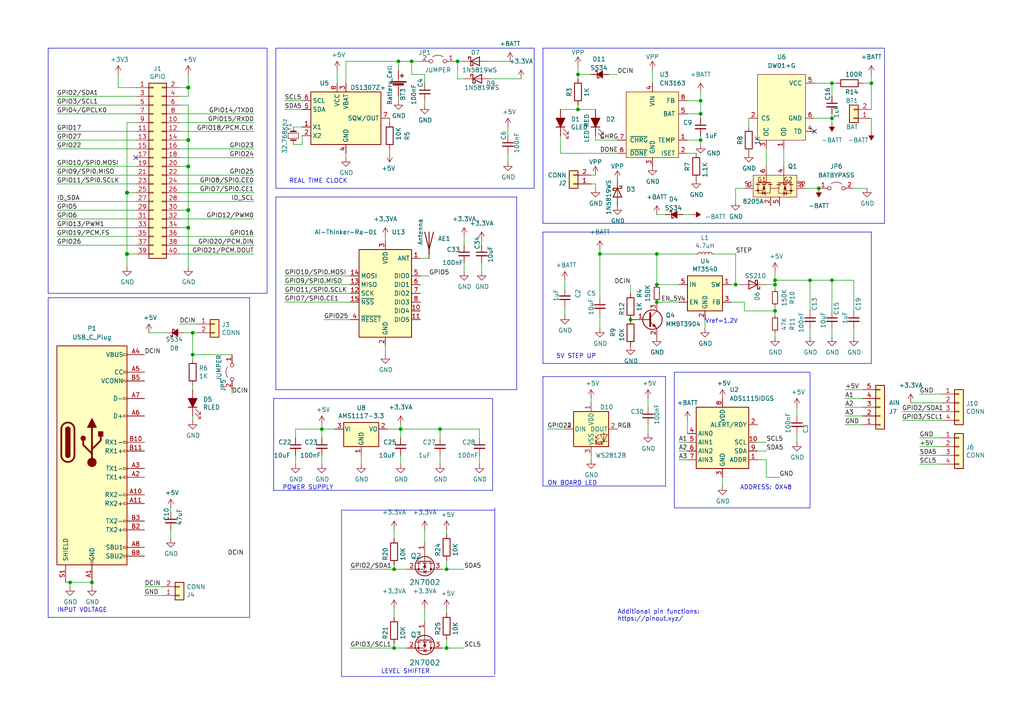
<source format=kicad_sch>
(kicad_sch (version 20231120) (generator "eeschema") (generator_version "8.0")
  (paper "A4")
  (title_block (date "15 nov 2012"))
  (junction (at 173.99 73.66))
  (junction (at 252.73 24.13))
  (junction (at 54.61 25.4) (diameter 1.016))
  (junction (at 114.3 187.96))
  (junction (at 224.79 90.17))
  (junction (at 54.61 40.64) (diameter 1.016))
  (junction (at 115.57 17.78))
  (junction (at 132.715 17.78))
  (junction (at 234.95 81.28))
  (junction (at 190.5 73.66))
  (junction (at 190.5 82.55))
  (junction (at 129.54 187.96))
  (junction (at 116.205 124.46))
  (junction (at 167.64 21.59))
  (junction (at 129.54 165.1))
  (junction (at 36.83 73.66) (diameter 1.016))
  (junction (at 241.3 24.13))
  (junction (at 114.3 165.1))
  (junction (at 213.36 82.55))
  (junction (at 36.83 55.88) (diameter 1.016))
  (junction (at 241.3 81.28))
  (junction (at 203.2 29.21))
  (junction (at 237.49 54.61))
  (junction (at 54.61 66.04) (diameter 1.016))
  (junction (at 203.2 40.64))
  (junction (at 224.79 81.28))
  (junction (at 20.32 168.91))
  (junction (at 167.64 31.75))
  (junction (at 203.2 33.02))
  (junction (at 93.345 124.46))
  (junction (at 26.67 168.91))
  (junction (at 55.88 96.52))
  (junction (at 54.61 60.96) (diameter 1.016))
  (junction (at 54.61 48.26) (diameter 1.016))
  (junction (at 55.88 102.87))
  (junction (at 224.79 82.55))
  (junction (at 127.635 124.46))
  (junction (at 190.5 87.63))
  (junction (at 119.38 17.78))
  (junction (at 241.3 34.29))
  (junction (at 182.88 92.71))
  (no_connect (at 39.37 45.72))
  (no_connect (at 236.22 38.1))
  (wire (pts (xy 55.88 96.52) (xy 55.88 102.87)))
  (wire (pts (xy 36.83 55.88) (xy 36.83 73.66)))
  (wire (pts (xy 52.07 55.88) (xy 73.66 55.88)))
  (wire (pts (xy 119.38 17.78) (xy 121.92 17.78)))
  (wire (pts (xy 39.37 38.1) (xy 16.51 38.1)))
  (wire (pts (xy 55.88 96.52) (xy 57.15 96.52)))
  (wire (pts (xy 163.83 83.82) (xy 163.83 81.28)))
  (wire (pts (xy 100.33 45.72) (xy 100.33 44.45)))
  (wire (pts (xy 93.345 127) (xy 93.345 124.46)))
  (wire (pts (xy 172.72 40.64) (xy 172.72 39.37)))
  (polyline (pts (xy 154.94 13.97) (xy 154.94 54.61)))
  (wire (pts (xy 54.61 30.48) (xy 54.61 40.64)))
  (wire (pts (xy 118.11 165.1) (xy 114.3 165.1)))
  (wire (pts (xy 85.725 134.62) (xy 85.725 132.08)))
  (wire (pts (xy 54.61 48.26) (xy 52.07 48.26)))
  (wire (pts (xy 215.9 87.63) (xy 215.9 90.17)))
  (wire (pts (xy 224.79 81.28) (xy 224.79 78.74)))
  (wire (pts (xy 247.65 95.25) (xy 247.65 97.79)))
  (wire (pts (xy 100.33 17.78) (xy 100.33 24.13)))
  (polyline (pts (xy 99.06 196.215) (xy 99.06 147.955)))
  (wire (pts (xy 203.2 40.64) (xy 203.2 41.91)))
  (wire (pts (xy 179.07 40.64) (xy 172.72 40.64)))
  (wire (pts (xy 214.63 82.55) (xy 213.36 82.55)))
  (wire (pts (xy 54.61 60.96) (xy 54.61 66.04)))
  (wire (pts (xy 167.64 19.05) (xy 167.64 21.59)))
  (wire (pts (xy 93.345 134.62) (xy 93.345 132.08)))
  (wire (pts (xy 129.54 153.67) (xy 129.54 154.94)))
  (wire (pts (xy 113.03 35.56) (xy 113.03 34.29)))
  (polyline (pts (xy 193.04 140.97) (xy 157.48 140.97)))
  (wire (pts (xy 139.065 124.46) (xy 139.065 127)))
  (wire (pts (xy 162.56 44.45) (xy 162.56 39.37)))
  (wire (pts (xy 222.25 133.35) (xy 222.25 138.43)))
  (wire (pts (xy 247.65 90.17) (xy 247.65 81.28)))
  (wire (pts (xy 85.725 124.46) (xy 85.725 127)))
  (wire (pts (xy 224.79 97.79) (xy 224.79 96.52)))
  (wire (pts (xy 104.775 132.08) (xy 104.775 134.62)))
  (polyline (pts (xy 80.01 113.03) (xy 80.01 57.15)))
  (wire (pts (xy 54.61 48.26) (xy 54.61 60.96)))
  (wire (pts (xy 52.07 33.02) (xy 73.66 33.02)))
  (wire (pts (xy 132.715 22.86) (xy 134.62 22.86)))
  (wire (pts (xy 189.23 20.32) (xy 189.23 24.13)))
  (polyline (pts (xy 13.97 86.36) (xy 13.97 179.07)))
  (wire (pts (xy 190.5 73.66) (xy 201.93 73.66)))
  (wire (pts (xy 36.83 35.56) (xy 36.83 55.88)))
  (wire (pts (xy 112.395 124.46) (xy 116.205 124.46)))
  (wire (pts (xy 222.25 138.43) (xy 226.06 138.43)))
  (wire (pts (xy 215.9 90.17) (xy 224.79 90.17)))
  (wire (pts (xy 203.2 39.37) (xy 203.2 40.64)))
  (wire (pts (xy 247.65 54.61) (xy 251.46 54.61)))
  (wire (pts (xy 127.635 124.46) (xy 127.635 127)))
  (wire (pts (xy 190.5 73.66) (xy 190.5 82.55)))
  (polyline (pts (xy 157.48 109.22) (xy 193.04 109.22)))
  (wire (pts (xy 132.715 17.78) (xy 133.985 17.78)))
  (wire (pts (xy 196.85 133.35) (xy 199.39 133.35)))
  (wire (pts (xy 176.53 21.59) (xy 179.07 21.59)))
  (wire (pts (xy 36.83 35.56) (xy 39.37 35.56)))
  (wire (pts (xy 52.07 53.34) (xy 73.66 53.34)))
  (wire (pts (xy 273.05 121.92) (xy 261.62 121.92)))
  (wire (pts (xy 215.9 54.61) (xy 213.36 54.61)))
  (wire (pts (xy 162.56 31.75) (xy 167.64 31.75)))
  (wire (pts (xy 39.37 58.42) (xy 16.51 58.42)))
  (wire (pts (xy 20.32 168.91) (xy 26.67 168.91)))
  (polyline (pts (xy 13.97 179.07) (xy 72.39 179.07)))
  (wire (pts (xy 129.54 162.56) (xy 129.54 165.1)))
  (wire (pts (xy 129.54 165.1) (xy 128.27 165.1)))
  (wire (pts (xy 16.51 60.96) (xy 39.37 60.96)))
  (wire (pts (xy 252.73 24.13) (xy 252.73 31.75)))
  (wire (pts (xy 212.09 87.63) (xy 215.9 87.63)))
  (polyline (pts (xy 149.86 113.03) (xy 80.01 113.03)))
  (wire (pts (xy 158.75 124.46) (xy 163.83 124.46)))
  (wire (pts (xy 199.39 44.45) (xy 201.93 44.45)))
  (wire (pts (xy 213.36 82.55) (xy 213.36 73.66)))
  (wire (pts (xy 233.68 54.61) (xy 237.49 54.61)))
  (polyline (pts (xy 72.39 86.36) (xy 13.97 86.36)))
  (wire (pts (xy 36.83 55.88) (xy 39.37 55.88)))
  (polyline (pts (xy 157.48 140.97) (xy 157.48 109.22)))
  (wire (pts (xy 196.85 128.27) (xy 199.39 128.27)))
  (wire (pts (xy 123.19 21.59) (xy 119.38 21.59)))
  (wire (pts (xy 123.19 180.34) (xy 123.19 176.53)))
  (wire (pts (xy 222.25 133.35) (xy 219.71 133.35)))
  (wire (pts (xy 87.63 36.83) (xy 85.09 36.83)))
  (wire (pts (xy 273.05 129.54) (xy 266.7 129.54)))
  (polyline (pts (xy 79.375 142.24) (xy 79.375 115.57)))
  (wire (pts (xy 173.99 91.44) (xy 173.99 95.25)))
  (wire (pts (xy 182.88 82.55) (xy 182.88 85.09)))
  (wire (pts (xy 123.19 29.21) (xy 123.19 30.48)))
  (wire (pts (xy 172.72 53.34) (xy 172.72 54.61)))
  (wire (pts (xy 222.25 43.18) (xy 222.25 48.26)))
  (wire (pts (xy 52.07 43.18) (xy 73.66 43.18)))
  (wire (pts (xy 167.64 31.75) (xy 167.64 30.48)))
  (wire (pts (xy 115.57 17.78) (xy 119.38 17.78)))
  (wire (pts (xy 139.065 134.62) (xy 139.065 132.08)))
  (wire (pts (xy 127.635 124.46) (xy 139.065 124.46)))
  (wire (pts (xy 116.205 124.46) (xy 116.205 127)))
  (wire (pts (xy 224.79 82.55) (xy 222.25 82.55)))
  (wire (pts (xy 52.07 73.66) (xy 73.66 73.66)))
  (wire (pts (xy 36.83 73.66) (xy 36.83 77.47)))
  (wire (pts (xy 16.51 40.64) (xy 39.37 40.64)))
  (wire (pts (xy 49.53 156.21) (xy 49.53 153.67)))
  (wire (pts (xy 34.29 21.59) (xy 34.29 25.4)))
  (polyline (pts (xy 157.48 67.31) (xy 252.73 67.31)))
  (wire (pts (xy 213.36 54.61) (xy 213.36 58.42)))
  (wire (pts (xy 163.83 91.44) (xy 163.83 88.9)))
  (polyline (pts (xy 143.51 196.215) (xy 99.06 196.215)))
  (wire (pts (xy 82.55 85.09) (xy 101.6 85.09)))
  (wire (pts (xy 114.3 187.96) (xy 114.3 186.69)))
  (wire (pts (xy 173.99 73.66) (xy 173.99 86.36)))
  (wire (pts (xy 115.57 20.32) (xy 115.57 17.78)))
  (wire (pts (xy 54.61 66.04) (xy 52.07 66.04)))
  (wire (pts (xy 43.18 96.52) (xy 48.26 96.52)))
  (wire (pts (xy 198.12 62.23) (xy 200.66 62.23)))
  (wire (pts (xy 219.71 128.27) (xy 222.25 128.27)))
  (wire (pts (xy 190.5 82.55) (xy 196.85 82.55)))
  (wire (pts (xy 264.16 116.84) (xy 273.05 116.84)))
  (wire (pts (xy 16.51 30.48) (xy 39.37 30.48)))
  (wire (pts (xy 224.79 82.55) (xy 224.79 81.28)))
  (wire (pts (xy 171.45 53.34) (xy 172.72 53.34)))
  (wire (pts (xy 203.2 33.02) (xy 199.39 33.02)))
  (wire (pts (xy 16.51 53.34) (xy 39.37 53.34)))
  (polyline (pts (xy 80.01 57.15) (xy 149.86 57.15)))
  (wire (pts (xy 142.24 22.86) (xy 151.13 22.86)))
  (wire (pts (xy 234.95 97.79) (xy 234.95 95.25)))
  (wire (pts (xy 171.45 50.8) (xy 172.72 50.8)))
  (wire (pts (xy 252.73 34.29) (xy 252.73 38.1)))
  (wire (pts (xy 39.37 27.94) (xy 16.51 27.94)))
  (wire (pts (xy 85.09 41.91) (xy 87.63 41.91)))
  (wire (pts (xy 54.61 25.4) (xy 54.61 27.94)))
  (polyline (pts (xy 143.51 147.32) (xy 143.51 195.58)))
  (wire (pts (xy 116.205 124.46) (xy 127.635 124.46)))
  (wire (pts (xy 101.6 165.1) (xy 114.3 165.1)))
  (wire (pts (xy 54.61 40.64) (xy 54.61 48.26)))
  (wire (pts (xy 245.11 120.65) (xy 250.19 120.65)))
  (polyline (pts (xy 252.73 67.31) (xy 252.73 105.41)))
  (wire (pts (xy 52.07 38.1) (xy 73.66 38.1)))
  (wire (pts (xy 54.61 40.64) (xy 52.07 40.64)))
  (wire (pts (xy 173.99 72.39) (xy 173.99 73.66)))
  (wire (pts (xy 241.3 33.02) (xy 241.3 34.29)))
  (wire (pts (xy 54.61 21.59) (xy 54.61 25.4)))
  (wire (pts (xy 49.53 147.32) (xy 49.53 148.59)))
  (polyline (pts (xy 157.48 105.41) (xy 252.73 105.41)))
  (wire (pts (xy 114.3 156.21) (xy 114.3 153.67)))
  (wire (pts (xy 209.55 138.43) (xy 209.55 140.97)))
  (wire (pts (xy 55.88 121.92) (xy 55.88 120.65)))
  (wire (pts (xy 16.51 33.02) (xy 39.37 33.02)))
  (wire (pts (xy 224.79 90.17) (xy 224.79 91.44)))
  (wire (pts (xy 147.32 36.83) (xy 147.32 39.37)))
  (wire (pts (xy 54.61 25.4) (xy 52.07 25.4)))
  (wire (pts (xy 124.46 80.01) (xy 121.92 80.01)))
  (wire (pts (xy 147.32 44.45) (xy 147.32 46.99)))
  (wire (pts (xy 190.5 87.63) (xy 196.85 87.63)))
  (wire (pts (xy 52.07 45.72) (xy 73.66 45.72)))
  (wire (pts (xy 227.33 43.18) (xy 227.33 48.26)))
  (wire (pts (xy 52.07 35.56) (xy 73.66 35.56)))
  (wire (pts (xy 101.6 92.71) (xy 93.98 92.71)))
  (wire (pts (xy 241.3 27.94) (xy 241.3 24.13)))
  (polyline (pts (xy 149.86 57.15) (xy 149.86 113.03)))
  (wire (pts (xy 19.05 168.91) (xy 20.32 168.91)))
  (wire (pts (xy 134.62 78.74) (xy 134.62 76.2)))
  (wire (pts (xy 26.67 170.18) (xy 26.67 168.91)))
  (wire (pts (xy 179.07 44.45) (xy 162.56 44.45)))
  (wire (pts (xy 273.05 127) (xy 266.7 127)))
  (wire (pts (xy 101.6 87.63) (xy 82.55 87.63)))
  (wire (pts (xy 123.19 24.13) (xy 123.19 21.59)))
  (wire (pts (xy 16.51 43.18) (xy 39.37 43.18)))
  (wire (pts (xy 16.51 50.8) (xy 39.37 50.8)))
  (wire (pts (xy 115.57 29.21) (xy 115.57 27.94)))
  (wire (pts (xy 231.14 118.11) (xy 231.14 120.65)))
  (wire (pts (xy 241.3 97.79) (xy 241.3 95.25)))
  (wire (pts (xy 261.62 119.38) (xy 273.05 119.38)))
  (wire (pts (xy 252.73 21.59) (xy 252.73 24.13)))
  (wire (pts (xy 132.715 17.78) (xy 132.715 22.86)))
  (wire (pts (xy 116.205 123.19) (xy 116.205 124.46)))
  (wire (pts (xy 236.22 34.29) (xy 241.3 34.29)))
  (wire (pts (xy 97.79 20.32) (xy 97.79 24.13)))
  (wire (pts (xy 247.65 81.28) (xy 241.3 81.28)))
  (wire (pts (xy 234.95 81.28) (xy 224.79 81.28)))
  (wire (pts (xy 16.51 63.5) (xy 39.37 63.5)))
  (wire (pts (xy 121.92 74.93) (xy 124.46 74.93)))
  (wire (pts (xy 54.61 27.94) (xy 52.07 27.94)))
  (wire (pts (xy 213.36 73.66) (xy 207.01 73.66)))
  (wire (pts (xy 241.3 81.28) (xy 241.3 90.17)))
  (wire (pts (xy 187.96 118.11) (xy 187.96 115.57)))
  (wire (pts (xy 171.45 116.84) (xy 171.45 115.57)))
  (wire (pts (xy 234.95 81.28) (xy 234.95 90.17)))
  (polyline (pts (xy 256.54 64.77) (xy 157.48 64.77)))
  (wire (pts (xy 55.88 102.87) (xy 55.88 104.14)))
  (wire (pts (xy 16.51 68.58) (xy 39.37 68.58)))
  (wire (pts (xy 236.22 24.13) (xy 241.3 24.13)))
  (wire (pts (xy 114.3 165.1) (xy 114.3 163.83)))
  (wire (pts (xy 119.38 21.59) (xy 119.38 17.78)))
  (wire (pts (xy 187.96 125.73) (xy 187.96 123.19)))
  (wire (pts (xy 52.07 68.58) (xy 73.66 68.58)))
  (wire (pts (xy 224.79 83.82) (xy 224.79 82.55)))
  (polyline (pts (xy 157.48 13.97) (xy 157.48 64.77)))
  (wire (pts (xy 173.99 73.66) (xy 190.5 73.66)))
  (wire (pts (xy 219.71 130.81) (xy 222.25 130.81)))
  (wire (pts (xy 87.63 39.37) (xy 87.63 41.91)))
  (wire (pts (xy 52.07 63.5) (xy 73.66 63.5)))
  (wire (pts (xy 93.345 124.46) (xy 85.725 124.46)))
  (wire (pts (xy 36.83 73.66) (xy 39.37 73.66)))
  (wire (pts (xy 132.08 17.78) (xy 132.715 17.78)))
  (wire (pts (xy 93.345 123.19) (xy 93.345 124.46)))
  (wire (pts (xy 199.39 29.21) (xy 203.2 29.21)))
  (wire (pts (xy 93.345 124.46) (xy 97.155 124.46)))
  (wire (pts (xy 52.07 71.12) (xy 73.66 71.12)))
  (wire (pts (xy 41.91 172.72) (xy 46.99 172.72)))
  (wire (pts (xy 101.6 187.96) (xy 114.3 187.96)))
  (wire (pts (xy 217.17 34.29) (xy 217.17 36.83)))
  (wire (pts (xy 231.14 125.73) (xy 231.14 128.27)))
  (polyline (pts (xy 154.94 54.61) (xy 80.01 54.61)))
  (wire (pts (xy 54.61 30.48) (xy 52.07 30.48)))
  (polyline (pts (xy 79.375 115.57) (xy 142.875 115.57)))
  (polyline (pts (xy 193.04 109.22) (xy 193.04 140.97)))
  (wire (pts (xy 41.91 170.18) (xy 46.99 170.18)))
  (wire (pts (xy 16.51 71.12) (xy 39.37 71.12)))
  (wire (pts (xy 87.63 29.21) (xy 82.55 29.21)))
  (wire (pts (xy 196.85 130.81) (xy 199.39 130.81)))
  (wire (pts (xy 111.76 102.87) (xy 111.76 100.33)))
  (wire (pts (xy 171.45 133.35) (xy 171.45 132.08)))
  (wire (pts (xy 52.07 93.98) (xy 57.15 93.98)))
  (wire (pts (xy 20.32 170.18) (xy 20.32 168.91)))
  (wire (pts (xy 67.31 102.87) (xy 55.88 102.87)))
  (wire (pts (xy 116.205 132.08) (xy 116.205 134.62)))
  (wire (pts (xy 115.57 17.78) (xy 100.33 17.78)))
  (polyline (pts (xy 80.01 54.61) (xy 80.01 13.97)))
  (polyline (pts (xy 99.06 147.955) (xy 143.51 147.955)))
  (wire (pts (xy 213.36 82.55) (xy 212.09 82.55)))
  (wire (pts (xy 203.2 33.02) (xy 203.2 34.29)))
  (wire (pts (xy 204.47 95.25) (xy 204.47 92.71)))
  (wire (pts (xy 245.11 123.19) (xy 250.19 123.19)))
  (wire (pts (xy 127.635 134.62) (xy 127.635 132.08)))
  (wire (pts (xy 273.05 114.3) (xy 266.7 114.3)))
  (polyline (pts (xy 256.54 13.97) (xy 256.54 64.77)))
  (wire (pts (xy 82.55 31.75) (xy 87.63 31.75)))
  (wire (pts (xy 167.64 21.59) (xy 171.45 21.59)))
  (wire (pts (xy 241.3 81.28) (xy 234.95 81.28)))
  (wire (pts (xy 134.62 165.1) (xy 129.54 165.1)))
  (wire (pts (xy 203.2 26.67) (xy 203.2 29.21)))
  (wire (pts (xy 134.62 71.12) (xy 134.62 68.58)))
  (wire (pts (xy 123.19 157.48) (xy 123.19 153.67)))
  (wire (pts (xy 113.03 44.45) (xy 113.03 43.18)))
  (wire (pts (xy 101.6 82.55) (xy 82.55 82.55)))
  (wire (pts (xy 141.605 17.78) (xy 147.955 17.78)))
  (wire (pts (xy 199.39 121.92) (xy 199.39 125.73)))
  (wire (pts (xy 118.11 187.96) (xy 114.3 187.96)))
  (wire (pts (xy 245.11 115.57) (xy 250.19 115.57)))
  (wire (pts (xy 139.7 76.2) (xy 139.7 78.74)))
  (wire (pts (xy 139.7 69.85) (xy 139.7 71.12)))
  (wire (pts (xy 134.62 187.96) (xy 129.54 187.96)))
  (wire (pts (xy 241.3 34.29) (xy 241.3 35.56)))
  (wire (pts (xy 54.61 66.04) (xy 54.61 77.47)))
  (wire (pts (xy 203.2 29.21) (xy 203.2 33.02)))
  (wire (pts (xy 67.31 113.03) (xy 67.31 114.3)))
  (wire (pts (xy 52.07 50.8) (xy 73.66 50.8)))
  (wire (pts (xy 167.64 21.59) (xy 167.64 22.86)))
  (wire (pts (xy 39.37 66.04) (xy 16.51 66.04)))
  (wire (pts (xy 111.76 68.58) (xy 111.76 69.85)))
  (wire (pts (xy 190.5 62.23) (xy 193.04 62.23)))
  (wire (pts (xy 266.7 132.08) (xy 273.05 132.08)))
  (wire (pts (xy 82.55 80.01) (xy 101.6 80.01)))
  (wire (pts (xy 129.54 185.42) (xy 129.54 187.96)))
  (wire (pts (xy 55.88 111.76) (xy 55.88 113.03)))
  (wire (pts (xy 54.61 60.96) (xy 52.07 60.96)))
  (wire (pts (xy 53.34 96.52) (xy 55.88 96.52)))
  (polyline (pts (xy 142.875 142.24) (xy 79.375 142.24)))
  (wire (pts (xy 250.19 24.13) (xy 252.73 24.13)))
  (wire (pts (xy 273.05 134.62) (xy 266.7 134.62)))
  (wire (pts (xy 34.29 25.4) (xy 39.37 25.4)))
  (wire (pts (xy 199.39 40.64) (xy 203.2 40.64)))
  (polyline (pts (xy 157.48 13.97) (xy 256.54 13.97)))
  (wire (pts (xy 172.72 31.75) (xy 167.64 31.75)))
  (wire (pts (xy 224.79 90.17) (xy 224.79 88.9)))
  (polyline (pts (xy 157.48 105.41) (xy 157.48 67.31)))
  (wire (pts (xy 129.54 176.53) (xy 129.54 177.8)))
  (polyline (pts (xy 72.39 179.07) (xy 72.39 86.36)))
  (wire (pts (xy 242.57 24.13) (xy 241.3 24.13)))
  (wire (pts (xy 245.11 118.11) (xy 250.19 118.11)))
  (wire (pts (xy 39.37 48.26) (xy 16.51 48.26)))
  (wire (pts (xy 52.07 58.42) (xy 73.66 58.42)))
  (polyline (pts (xy 142.875 115.57) (xy 142.875 142.24)))
  (wire (pts (xy 245.11 113.03) (xy 250.19 113.03)))
  (wire (pts (xy 129.54 187.96) (xy 128.27 187.96)))
  (polyline (pts (xy 80.01 13.97) (xy 154.94 13.97)))
  (wire (pts (xy 114.3 179.07) (xy 114.3 176.53)))
  (rectangle (start 13.97 13.97) (end 77.47 85.09))
  (rectangle (start 195.58 107.95) (end 234.95 147.32))
  (text "Vref=1.2V" (at 204.47 93.98 0) (effects (font (size 1.27 1.27)) (justify left bottom)))
  (text "LEVEL SHIFTER" (at 110.49 195.58 0) (effects (font (size 1.27 1.27)) (justify left bottom)))
  (text "POWER SUPPLY" (at 81.915 142.24 0) (effects (font (size 1.27 1.27)) (justify left bottom)))
  (text "Additional pin functions:\nhttps://pinout.xyz/" (at 179.07 180.34 0) (effects (font (size 1.27 1.27)) (justify left bottom)))
  (text "ON BOARD LED" (at 158.75 140.97 0) (effects (font (size 1.27 1.27)) (justify left bottom)))
  (text "5V STEP UP" (at 161.29 104.14 0) (effects (font (size 1.27 1.27)) (justify left bottom)))
  (text "ADDRESS: 0X48" (at 214.63 142.24 0) (effects (font (size 1.27 1.27)) (justify left bottom)))
  (text "INPUT VOLTAGE" (at 16.51 177.8 0) (effects (font (size 1.27 1.27)) (justify left bottom)))
  (text "REAL TIME CLOCK" (at 83.82 53.34 0) (effects (font (size 1.27 1.27)) (justify left bottom)))
  (label "GND" (at 266.7 127 0))
  (label "ID_SDA" (at 16.51 58.42 0))
  (label "SCL5" (at 134.62 187.96 0))
  (label "GPIO6" (at 16.51 63.5 0))
  (label "CHRG" (at 173.99 40.64 0))
  (label "DCIN" (at 182.88 82.55 180))
  (label "GPIO3{slash}SCL1" (at 261.62 121.92 0))
  (label "DCIN" (at 66.04 161.29 0))
  (label "SDA5" (at 82.55 31.75 0))
  (label "ID_SCL" (at 73.66 58.42 180))
  (label "GPIO9{slash}SPI0.MISO" (at 82.55 82.55 0))
  (label "GPIO5" (at 16.51 60.96 0))
  (label "GPIO25" (at 93.98 92.71 0))
  (label "+5V" (at 266.7 129.54 0))
  (label "GPIO21{slash}PCM.DOUT" (at 73.66 73.66 180))
  (label "DCIN" (at 41.91 102.87 0))
  (label "GPIO19{slash}PCM.FS" (at 16.51 68.58 0))
  (label "GPIO11{slash}SPI0.SCLK" (at 82.55 85.09 0))
  (label "GPIO2{slash}SDA1" (at 101.6 165.1 0))
  (label "GPIO10{slash}SPI0.MOSI" (at 16.51 48.26 0))
  (label "DCIN" (at 52.07 93.98 0))
  (label "GPIO9{slash}SPI0.MISO" (at 16.51 50.8 0))
  (label "GPIO23" (at 73.66 43.18 180))
  (label "GPIO7{slash}SPI0.CE1" (at 82.55 87.63 0))
  (label "GPIO4{slash}GPCLK0" (at 16.51 33.02 0))
  (label "DCIN" (at 179.07 21.59 0))
  (label "A1" (at 245.11 115.57 0))
  (label "STEP" (at 213.36 73.66 0))
  (label "GPIO27" (at 16.51 40.64 0))
  (label "A2" (at 245.11 118.11 0))
  (label "GPIO26" (at 16.51 71.12 0))
  (label "GPIO14{slash}TXD0" (at 73.66 33.02 180))
  (label "GPIO22" (at 158.75 124.46 0))
  (label "GPIO8{slash}SPI0.CE0" (at 73.66 53.34 180))
  (label "GPIO15{slash}RXD0" (at 73.66 35.56 180))
  (label "GPIO16" (at 73.66 68.58 180))
  (label "A2" (at 196.85 130.81 0))
  (label "GPIO5" (at 124.46 80.01 0))
  (label "GPIO3{slash}SCL1" (at 101.6 187.96 0))
  (label "GND" (at 266.7 114.3 0))
  (label "SDA5" (at 222.25 130.81 0))
  (label "SCL5" (at 82.55 29.21 0))
  (label "RGB" (at 179.07 124.46 0))
  (label "GPIO22" (at 16.51 43.18 0))
  (label "GND" (at 41.91 172.72 0))
  (label "GPIO2{slash}SDA1" (at 16.51 27.94 0))
  (label "GPIO17" (at 16.51 38.1 0))
  (label "DONE" (at 173.99 44.45 0))
  (label "GPIO10{slash}SPI0.MOSI" (at 82.55 80.01 0))
  (label "GPIO25" (at 73.66 50.8 180))
  (label "GPIO3{slash}SCL1" (at 16.51 30.48 0))
  (label "GPIO18{slash}PCM.CLK" (at 73.66 38.1 180))
  (label "SDA5" (at 266.7 132.08 0))
  (label "GPIO12{slash}PWM0" (at 73.66 63.5 180))
  (label "EN_5V" (at 191.77 87.63 0))
  (label "DCIN" (at 41.91 170.18 0))
  (label "GPIO13{slash}PWM1" (at 16.51 66.04 0))
  (label "GPIO20{slash}PCM.DIN" (at 73.66 71.12 180))
  (label "A3" (at 196.85 133.35 0))
  (label "GPIO24" (at 73.66 45.72 180))
  (label "GPIO7{slash}SPI0.CE1" (at 73.66 55.88 180))
  (label "SDA5" (at 134.62 165.1 0))
  (label "GND" (at 245.11 123.19 0))
  (label "GPIO2{slash}SDA1" (at 261.62 119.38 0))
  (label "SCL5" (at 266.7 134.62 0))
  (label "DCIN" (at 67.31 114.3 0))
  (label "A1" (at 196.85 128.27 0))
  (label "+5V" (at 245.11 113.03 0))
  (label "GND" (at 226.06 138.43 0))
  (label "GPIO11{slash}SPI0.SCLK" (at 16.51 53.34 0))
  (label "SCL5" (at 222.25 128.27 0))
  (label "A3" (at 245.11 120.65 0))
  (symbol (lib_id "power:+5V") (at 54.61 21.59 0) (unit 1)
    (property "Reference" "#PWR01" (effects (hide yes)))
    (property "Value" "+5V" (at 54.9783 17.2656 0))
  )
  (symbol (lib_id "power:+3.3V") (at 34.29 21.59 0) (unit 1)
    (property "Reference" "#PWR04" (effects (hide yes)))
    (property "Value" "+3V3" (at 34.6583 17.2656 0))
  )
  (symbol (lib_id "power:GND") (at 54.61 77.47 0) (unit 1)
    (property "Reference" "#PWR02" (effects (hide yes)))
    (property "Value" "GND" (at 54.7243 81.7944 0))
  )
  (symbol (lib_id "power:GND") (at 36.83 77.47 0) (unit 1)
    (property "Reference" "#PWR03" (effects (hide yes)))
    (property "Value" "GND" (at 36.9443 81.7944 0))
  )
  (symbol (lib_id "Connector_Generic:Conn_02x20_Odd_Even") (at 44.45 48.26 0) (unit 1)
    (property "Reference" "J1" (at 45.72 19.9198 0))
    (property "Value" "GPIO" (at 45.72 22.225 0))
    (property "Footprint" "Connector_PinSocket_2.54mm:PinSocket_2x20_P2.54mm_Vertical" (effects (hide yes)))
  )
  (symbol (lib_id "power:+3.3VA") (at 123.19 176.53 0) (unit 1)
    (property "Reference" "#PWR034" (effects (hide yes)))
    (property "Value" "+3.3VA" (at 123.19 171.45 0))
  )
  (symbol (lib_id "power:-BATT") (at 241.3 35.56 180) (unit 1)
    (property "Reference" "#PWR064" (effects (hide yes)))
    (property "Value" "-BATT" (at 241.3 40.64 0))
  )
  (symbol (lib_id "Transistor_FET:2N7002") (at 123.19 162.56 270) (unit 1)
    (property "Reference" "Q2" (at 120.65 161.29 90) (effects (font (size 1.524 1.524))))
    (property "Value" "2N7002" (at 123.19 168.91 90) (effects (font (size 1.524 1.524))))
    (property "Footprint" "Package_TO_SOT_SMD:SOT-23" (effects (hide yes)))
    (property "Datasheet" "https://www.onsemi.com/pub/Collateral/NDS7002A-D.PDF" (effects (hide yes)))
    (property "Description" "MOSFET N-CH 60V 115MA SOT-23" (effects (hide yes)))
    (property "MPN" "2N7002" (effects (hide yes)))
    (property "Category" "Discrete Semiconductor Products" (effects (hide yes)))
    (property "Family" "Transistors - FETs, MOSFETs - Single" (effects (hide yes)))
    (property "DK_Datasheet_Link" "https://www.onsemi.com/pub/Collateral/NDS7002A-D.PDF" (effects (hide yes)))
    (property "DK_Detail_Page" "/product-detail/en/on-semiconductor/2N7002/2N7002NCT-ND/244664" (effects (hide yes)))
    (property "Manufacturer" "ON Semiconductor" (effects (hide yes)))
    (property "Status" "Active" (effects (hide yes)))
    (property "LCSC-PN" "C8545" (effects (hide yes)))
  )
  (symbol (lib_id "Jumper:Jumper_2_Open") (at 67.31 107.95 90) (mirror x) (unit 1)
    (property "Reference" "JP5" (at 64.77 111.76 0))
    (property "Value" "JUMPER" (at 63.5 106.68 0))
    (property "Footprint" "Jumper:SolderJumper-2_P1.3mm_Open_RoundedPad1.0x1.5mm" (effects (hide yes)))
  )
  (symbol (lib_id "Diode:1N5819WS") (at 179.07 55.88 270) (unit 1)
    (property "Reference" "D3" (at 181.61 54.9275 90) (effects (justify left)))
    (property "Value" "1N5819WS" (at 176.53 52.07 0) (effects (justify left)))
    (property "Footprint" "Diode_SMD:D_SOD-323" (effects (hide yes)))
    (property "Datasheet" "https://datasheet.lcsc.com/lcsc/2204281430_Guangdong-Hottech-1N5819WS_C191023.pdf" (effects (hide yes)))
    (property "LCSC-PN" "C191023" (effects (hide yes)))
    (property "MPN" "1N5819WS" (effects (hide yes)))
    (property "Manufacturer" "Guangdong Hottech" (effects (hide yes)))
  )
  (symbol (lib_id "power:+5V") (at 93.345 123.19 0) (unit 1)
    (property "Reference" "#PWR075" (effects (hide yes)))
    (property "Value" "+5V" (at 93.726 118.7958 0))
  )
  (symbol (lib_id "Regulator_Linear:AMS1117-3.3") (at 104.775 124.46 0) (unit 1)
    (property "Reference" "U8" (at 104.775 118.3132 0))
    (property "Value" "AMS1117-3.3" (at 104.775 120.6246 0))
    (property "Footprint" "Package_TO_SOT_SMD:SOT-223-3_TabPin2" (effects (hide yes)))
    (property "Datasheet" "http://www.advanced-monolithic.com/pdf/ds1117.pdf" (effects (hide yes)))
    (property "LCSC-PN" "C6186" (effects (hide yes)))
    (property "MPN" "AMS1117-3.3" (effects (hide yes)))
    (property "Manufacturer" "Advanced Monolithic Systems" (effects (hide yes)))
  )
  (symbol (lib_id "Device:C_Small") (at 49.53 151.13 0) (unit 1)
    (property "Reference" "C10" (at 48.26 151.13 90) (effects (justify left)))
    (property "Value" "47uF" (at 52.07 152.4 90) (effects (justify left)))
    (property "Footprint" "Capacitor_SMD:C_1206_3216Metric" (effects (hide yes)))
    (property "MPN" "CL31A476MPHNNNE" (effects (hide yes)))
    (property "Manufacturer" "Samsung Electro-Mechanics" (effects (hide yes)))
    (property "LCSC-PN" "C96123" (effects (hide yes)))
  )
  (symbol (lib_id "Connector_Generic:Conn_01x02") (at 62.23 93.98 0) (unit 1)
    (property "Reference" "J3" (at 64.262 94.1832 0) (effects (justify left)))
    (property "Value" "CONN" (at 64.262 96.4946 0) (effects (justify left)))
    (property "Footprint" "Connector_PinHeader_2.54mm:PinHeader_1x02_P2.54mm_Vertical" (effects (hide yes)))
  )
  (symbol (lib_id "Device:R") (at 201.93 48.26 180) (unit 1)
    (property "Reference" "R7" (at 199.39 46.99 90) (effects (justify left)))
    (property "Value" "1.1K" (at 204.47 46.99 90) (effects (justify left)))
    (property "Footprint" "Resistor_SMD:R_0603_1608Metric" (effects (hide yes)))
    (property "LCSC-PN" "C22764" (effects (hide yes)))
    (property "MPN" "0603WAF1101T5E" (effects (hide yes)))
  )
  (symbol (lib_id "Diode:1N5819") (at 138.43 22.86 0) (unit 1)
    (property "Reference" "D9" (at 140.97 24.13 0) (effects (justify left)))
    (property "Value" "1N5819WS" (at 134.62 25.4 0) (effects (justify left)))
    (property "Footprint" "Diode_SMD:D_SOD-323" (effects (hide yes)))
    (property "Datasheet" "http://www.vishay.com/docs/88525/1n5817.pdf" (effects (hide yes)))
    (property "LCSC-PN" "C191023" (effects (hide yes)))
    (property "MPN" "1N5819WS" (effects (hide yes)))
    (property "Manufacturer" "Guangdong Hottech" (effects (hide yes)))
  )
  (symbol (lib_id "power:GND") (at 201.93 52.07 0) (unit 1)
    (property "Reference" "#PWR037" (effects (hide yes)))
    (property "Value" "GND" (at 202.057 56.4642 0))
  )
  (symbol (lib_id "power:+3.3VA") (at 116.205 123.19 0) (unit 1)
    (property "Reference" "#PWR087" (effects (hide yes)))
    (property "Value" "+3.3VA" (at 116.205 118.11 0))
  )
  (symbol (lib_id "power:GND") (at 209.55 140.97 0) (unit 1)
    (property "Reference" "#PWR08" (effects (hide yes)))
    (property "Value" "GND" (at 209.677 145.3642 0))
  )
  (symbol (lib_id "power:GND") (at 147.32 46.99 0) (unit 1)
    (property "Reference" "#PWR051" (effects (hide yes)))
    (property "Value" "GND" (at 147.447 51.3842 0))
  )
  (symbol (lib_id "Device:LED_ALT") (at 162.56 35.56 90) (unit 1)
    (property "Reference" "D1" (at 165.5572 34.5694 90) (effects (justify right)))
    (property "Value" "GLED" (at 165.5572 36.8808 90) (effects (justify right)))
    (property "Footprint" "LED_SMD:LED_0603_1608Metric" (effects (hide yes)))
    (property "LCSC-PN" "C72043" (effects (hide yes)))
    (property "MPN" "19-217/GHC-YR1S2/3T" (effects (hide yes)))
    (property "Manufacturer" "Everlight Elec" (effects (hide yes)))
  )
  (symbol (lib_id "Device:L_Small") (at 204.47 73.66 90) (unit 1)
    (property "Reference" "L1" (at 204.47 68.961 90))
    (property "Value" "4.7uH" (at 204.47 71.2724 90))
    (property "Footprint" "Inductor_SMD:L_1008_2520Metric" (effects (hide yes)))
    (property "LCSC-PN" "C404806" (effects (hide yes)))
    (property "MPN" "TFM252012ALMA4R7MTAA" (effects (hide yes)))
    (property "Manufacturer" "TDK" (effects (hide yes)))
  )
  (symbol (lib_id "power:+3.3VA") (at 111.76 68.58 0) (unit 1)
    (property "Reference" "#PWR0125" (effects (hide yes)))
    (property "Value" "+3.3VA" (at 111.76 63.5 0))
  )
  (symbol (lib_id "power:GND") (at 247.65 97.79 0) (unit 1)
    (property "Reference" "#PWR068" (effects (hide yes)))
    (property "Value" "GND" (at 247.777 102.1842 0))
  )
  (symbol (lib_id "power:GND") (at 241.3 97.79 0) (unit 1)
    (property "Reference" "#PWR063" (effects (hide yes)))
    (property "Value" "GND" (at 241.427 102.1842 0))
  )
  (symbol (lib_id "power:GND") (at 171.45 133.35 0) (unit 1)
    (property "Reference" "#PWR093" (effects (hide yes)))
    (property "Value" "GND" (at 171.577 137.7442 0))
  )
  (symbol (lib_id "power:GND") (at 49.53 156.21 0) (unit 1)
    (property "Reference" "#PWR044" (effects (hide yes)))
    (property "Value" "GND" (at 49.657 160.6042 0))
  )
  (symbol (lib_id "Device:R") (at 129.54 158.75 180) (unit 1)
    (property "Reference" "R24" (at 127 157.48 90) (effects (justify left)))
    (property "Value" "10K" (at 132.08 157.48 90) (effects (justify left)))
    (property "Footprint" "Resistor_SMD:R_0402_1005Metric" (effects (hide yes)))
    (property "LCSC-PN" "C25744" (effects (hide yes)))
    (property "MPN" "0402WGF1002TCE" (effects (hide yes)))
    (property "Manufacturer" "Uniroyal Elec" (effects (hide yes)))
  )
  (symbol (lib_id "Jumper:Jumper_2_Open") (at 127 17.78 0) (mirror y) (unit 1)
    (property "Reference" "JP1" (at 123.19 15.24 0))
    (property "Value" "JUMPER" (at 127 20.32 0))
    (property "Footprint" "Jumper:SolderJumper-2_P1.3mm_Open_RoundedPad1.0x1.5mm" (effects (hide yes)))
  )
  (symbol (lib_id "Transistor_FET:2N7002") (at 123.19 185.42 270) (unit 1)
    (property "Reference" "Q3" (at 120.65 184.15 90) (effects (font (size 1.524 1.524))))
    (property "Value" "2N7002" (at 123.19 192.2018 90) (effects (font (size 1.524 1.524))))
    (property "Footprint" "Package_TO_SOT_SMD:SOT-23" (effects (hide yes)))
    (property "Datasheet" "https://www.onsemi.com/pub/Collateral/NDS7002A-D.PDF" (effects (hide yes)))
    (property "Description" "MOSFET N-CH 60V 115MA SOT-23" (effects (hide yes)))
    (property "MPN" "2N7002" (effects (hide yes)))
    (property "Category" "Discrete Semiconductor Products" (effects (hide yes)))
    (property "Family" "Transistors - FETs, MOSFETs - Single" (effects (hide yes)))
    (property "DK_Datasheet_Link" "https://www.onsemi.com/pub/Collateral/NDS7002A-D.PDF" (effects (hide yes)))
    (property "DK_Detail_Page" "/product-detail/en/on-semiconductor/2N7002/2N7002NCT-ND/244664" (effects (hide yes)))
    (property "Manufacturer" "ON Semiconductor" (effects (hide yes)))
    (property "Status" "Active" (effects (hide yes)))
    (property "LCSC-PN" "C8545" (effects (hide yes)))
  )
  (symbol (lib_id "MinitronicV-0.1-rescue:R-device") (at 182.88 96.52 0) (unit 1)
    (property "Reference" "R9" (at 177.8 97.79 90) (effects (justify left)))
    (property "Value" "10K" (at 180.34 99.06 90) (effects (justify left)))
    (property "Footprint" "Resistor_SMD:R_0402_1005Metric" (effects (hide yes)))
    (property "LCSC-PN" "C25744" (effects (hide yes)))
    (property "MPN" "0402WGF1002TCE" (effects (hide yes)))
    (property "Manufacturer" "Uniroyal Elec" (effects (hide yes)))
  )
  (symbol (lib_id "power:GND") (at 190.5 97.79 0) (unit 1)
    (property "Reference" "#PWR09" (effects (hide yes)))
    (property "Value" "GND" (at 190.627 102.1842 0))
  )
  (symbol (lib_id "power:-BATT") (at 200.66 62.23 270) (unit 1)
    (property "Reference" "#PWR035" (effects (hide yes)))
    (property "Value" "-BATT" (at 204.47 62.865 90) (effects (justify left)))
  )
  (symbol (lib_id "power:+BATT") (at 252.73 21.59 0) (unit 1)
    (property "Reference" "#PWR070" (effects (hide yes)))
    (property "Value" "+BATT" (at 252.73 16.51 0))
  )
  (symbol (lib_id "power:GND") (at 85.725 134.62 0) (unit 1)
    (property "Reference" "#PWR074" (effects (hide yes)))
    (property "Value" "GND" (at 85.852 139.0142 0))
  )
  (symbol (lib_id "Device:R_Small") (at 190.5 85.09 0) (unit 1)
    (property "Reference" "R4" (at 185.5216 85.09 90))
    (property "Value" "150K" (at 187.833 85.09 90))
    (property "Footprint" "Resistor_SMD:R_0402_1005Metric" (effects (hide yes)))
    (property "LCSC-PN" "C25755" (effects (hide yes)))
    (property "MPN" "0402WGF1503TCE" (effects (hide yes)))
    (property "Manufacturer" "Uniroyal Elec" (effects (hide yes)))
    (property "LCSC-stock" "C93947" (effects (hide yes)))
  )
  (symbol (lib_id "power:GND") (at 217.17 44.45 0) (unit 1)
    (property "Reference" "#PWR053" (effects (hide yes)))
    (property "Value" "GND" (at 217.297 48.8442 0))
  )
  (symbol (lib_id "power:+3.3VA") (at 114.3 176.53 0) (unit 1)
    (property "Reference" "#PWR045" (effects (hide yes)))
    (property "Value" "+3.3VA" (at 114.3 171.45 0))
  )
  (symbol (lib_id "Device:C_Small") (at 139.7 73.66 0) (unit 1)
    (property "Reference" "C34" (at 138.43 72.39 90) (effects (justify left)))
    (property "Value" "10uF" (at 142.24 76.2 90) (effects (justify left)))
    (property "Footprint" "Capacitor_SMD:C_0402_1005Metric" (effects (hide yes)))
    (property "MPN" "CL05A106MQ5NUNC" (effects (hide yes)))
    (property "Manufacturer" "Samsung Electro-Mechanics" (effects (hide yes)))
    (property "LCSC-PN" "C15525" (effects (hide yes)))
  )
  (symbol (lib_id "Device:D_Schottky_Small_Filled") (at 195.58 62.23 0) (unit 1)
    (property "Reference" "D4" (at 195.326 57.785 0))
    (property "Value" "SS34" (at 195.326 60.325 0))
    (property "Footprint" "Diode_SMD:D_SMA" (effects (hide yes)))
    (property "MPN" "SS34" (effects (hide yes)))
    (property "LCSC-PN" "C8678" (effects (hide yes)))
  )
  (symbol (lib_id "power:VPP") (at 172.72 50.8 0) (unit 1)
    (property "Reference" "#PWR013" (effects (hide yes)))
    (property "Value" "VPP" (at 172.72 46.99 0))
  )
  (symbol (lib_id "power:+5V") (at 43.18 96.52 0) (unit 1)
    (property "Reference" "#PWR018" (effects (hide yes)))
    (property "Value" "+5V" (at 43.561 92.1258 0))
  )
  (symbol (lib_id "Device:C_Small") (at 116.205 129.54 0) (unit 1)
    (property "Reference" "C25" (at 111.125 128.27 0) (effects (justify left)))
    (property "Value" "10uF" (at 109.855 132.08 0) (effects (justify left)))
    (property "Footprint" "Capacitor_SMD:C_0402_1005Metric" (effects (hide yes)))
    (property "MPN" "CL05A106MQ5NUNC" (effects (hide yes)))
    (property "Manufacturer" "Samsung Electro-Mechanics" (effects (hide yes)))
    (property "LCSC-PN" "C15525" (effects (hide yes)))
  )
  (symbol (lib_id "power:-BATT") (at 252.73 38.1 180) (unit 1)
    (property "Reference" "#PWR071" (effects (hide yes)))
    (property "Value" "-BATT" (at 248.92 40.64 0))
  )
  (symbol (lib_id "power:+5V") (at 49.53 147.32 0) (unit 1)
    (property "Reference" "#PWR043" (effects (hide yes)))
    (property "Value" "+5V" (at 49.911 142.9258 0))
  )
  (symbol (lib_id "Device:C_Small") (at 173.99 88.9 0) (unit 1)
    (property "Reference" "C5" (at 170.18 85.09 0) (effects (justify left)))
    (property "Value" "10uF" (at 171.45 91.44 90) (effects (justify left)))
    (property "Footprint" "Capacitor_SMD:C_0402_1005Metric" (effects (hide yes)))
    (property "LCSC-PN" "C15525" (effects (hide yes)))
    (property "MPN" "CL05A106MQ5NUNC" (effects (hide yes)))
    (property "Manufacturer" "Samsung Electro-Mechanics" (effects (hide yes)))
    (property "LCSC-stock" "C15525" (effects (hide yes)))
  )
  (symbol (lib_id "Device:C_Small") (at 203.2 36.83 0) (unit 1)
    (property "Reference" "C9" (at 198.12 35.56 0) (effects (justify left)))
    (property "Value" "1uF" (at 204.47 39.37 0) (effects (justify left)))
    (property "Footprint" "Capacitor_SMD:C_0402_1005Metric" (effects (hide yes)))
    (property "MPN" "CL05A105KA5NQNC" (effects (hide yes)))
    (property "Manufacturer" "Samsung Electro-Mechanics" (effects (hide yes)))
    (property "LCSC-PN" "C52923" (effects (hide yes)))
  )
  (symbol (lib_id "power:+BATT") (at 147.955 17.78 0) (unit 1)
    (property "Reference" "#PWR036" (effects (hide yes)))
    (property "Value" "+BATT" (at 147.955 12.7 0))
  )
  (symbol (lib_id "Device:R") (at 114.3 160.02 180) (unit 1)
    (property "Reference" "R20" (at 111.76 158.75 90) (effects (justify left)))
    (property "Value" "10K" (at 116.84 158.75 90) (effects (justify left)))
    (property "Footprint" "Resistor_SMD:R_0402_1005Metric" (effects (hide yes)))
    (property "LCSC-PN" "C25744" (effects (hide yes)))
    (property "MPN" "0402WGF1002TCE" (effects (hide yes)))
    (property "Manufacturer" "Uniroyal Elec" (effects (hide yes)))
  )
  (symbol (lib_id "Device:R") (at 217.17 40.64 180) (unit 1)
    (property "Reference" "R8" (at 214.63 39.37 90) (effects (justify left)))
    (property "Value" "1K" (at 219.71 39.37 90) (effects (justify left)))
    (property "Footprint" "Resistor_SMD:R_0402_1005Metric" (effects (hide yes)))
    (property "LCSC-PN" "C11702" (effects (hide yes)))
    (property "MPN" "0402WGF1001TCE" (effects (hide yes)))
    (property "Manufacturer" "Uniroyal Elec" (effects (hide yes)))
  )
  (symbol (lib_id "power:GND") (at 204.47 95.25 0) (unit 1)
    (property "Reference" "#PWR041" (effects (hide yes)))
    (property "Value" "GND" (at 204.597 99.6442 0))
  )
  (symbol (lib_id "power:+5V") (at 224.79 78.74 0) (unit 1)
    (property "Reference" "#PWR055" (effects (hide yes)))
    (property "Value" "+5V" (at 225.171 74.3458 0))
  )
  (symbol (lib_id "power:GND") (at 134.62 78.74 0) (unit 1)
    (property "Reference" "#PWR0128" (effects (hide yes)))
    (property "Value" "GND" (at 134.747 83.1342 0))
  )
  (symbol (lib_id "Analog_ADC:ADS1115IDGS") (at 209.55 128.27 0) (unit 1)
    (property "Reference" "U2" (at 211.5694 113.03 0) (effects (justify left)))
    (property "Value" "ADS1115IDGS" (at 211.5694 115.57 0) (effects (justify left)))
    (property "Footprint" "Package_SO:TSSOP-10_3x3mm_P0.5mm" (effects (hide yes)))
    (property "Datasheet" "http://www.ti.com/lit/ds/symlink/ads1113.pdf" (effects (hide yes)))
    (property "LCSC-PN" "C37593" (effects (hide yes)))
    (property "MPN" "ADS1115IDGSR" (effects (hide yes)))
    (property "Manufacturer" "Texas Instruments" (effects (hide yes)))
  )
  (symbol (lib_id "power:+3.3VA") (at 123.19 153.67 0) (unit 1)
    (property "Reference" "#PWR032" (effects (hide yes)))
    (property "Value" "+3.3VA" (at 123.19 148.59 0))
  )
  (symbol (lib_id "power:VPP") (at 167.64 19.05 0) (unit 1)
    (property "Reference" "#PWR012" (effects (hide yes)))
    (property "Value" "VPP" (at 167.64 15.24 0))
  )
  (symbol (lib_id "power:+5V") (at 113.03 44.45 180) (unit 1)
    (property "Reference" "#PWR028" (effects (hide yes)))
    (property "Value" "+5V" (at 112.649 48.8442 0))
  )
  (symbol (lib_id "Diode:1N5819") (at 137.795 17.78 0) (unit 1)
    (property "Reference" "D7" (at 136.525 15.24 0) (effects (justify left)))
    (property "Value" "1N5819WS" (at 133.985 20.32 0) (effects (justify left)))
    (property "Footprint" "Diode_SMD:D_SOD-323" (effects (hide yes)))
    (property "Datasheet" "http://www.vishay.com/docs/88525/1n5817.pdf" (effects (hide yes)))
    (property "LCSC-PN" "C191023" (effects (hide yes)))
    (property "MPN" "1N5819WS" (effects (hide yes)))
    (property "Manufacturer" "Guangdong Hottech" (effects (hide yes)))
  )
  (symbol (lib_id "power:GND") (at 189.23 48.26 0) (unit 1)
    (property "Reference" "#PWR025" (effects (hide yes)))
    (property "Value" "GND" (at 189.357 52.6542 0))
  )
  (symbol (lib_id "Device:LED_ALT") (at 55.88 116.84 90) (unit 1)
    (property "Reference" "D5" (at 58.8772 115.8494 90) (effects (justify right)))
    (property "Value" "RLED" (at 58.8772 118.1608 90) (effects (justify right)))
    (property "Footprint" "LED_SMD:LED_0603_1608Metric" (effects (hide yes)))
    (property "LCSC-PN" "C2286" (effects (hide yes)))
    (property "MPN" "KT-0603R" (effects (hide yes)))
    (property "Manufacturer" "Hubei KENTO Elec" (effects (hide yes)))
  )
  (symbol (lib_id "power:GND") (at 234.95 97.79 0) (unit 1)
    (property "Reference" "#PWR060" (effects (hide yes)))
    (property "Value" "GND" (at 235.077 102.1842 0))
  )
  (symbol (lib_id "power:GND") (at 100.33 45.72 0) (unit 1)
    (property "Reference" "#PWR023" (effects (hide yes)))
    (property "Value" "GND" (at 100.457 50.1142 0))
  )
  (symbol (lib_id "Transistor_BJT:MMBT3904") (at 187.96 92.71 0) (unit 1)
    (property "Reference" "Q4" (at 193.04 91.44 0) (effects (justify left)))
    (property "Value" "MMBT3904" (at 193.04 93.98 0) (effects (justify left)))
    (property "Footprint" "Package_TO_SOT_SMD:SOT-23" (effects (hide yes)))
    (property "Datasheet" "https://www.onsemi.com/pdf/datasheet/pzt3904-d.pdf" (effects (hide yes)))
    (property "LCSC-PN" "C20526" (effects (hide yes)))
    (property "MPN" "MMBT3904" (effects (hide yes)))
    (property "Manufacturer" "C20526" (effects (hide yes)))
  )
  (symbol (lib_id "power:+5V") (at 231.14 118.11 0) (unit 1)
    (property "Reference" "#PWR07" (effects (hide yes)))
    (property "Value" "+5V" (at 231.521 113.7158 0))
  )
  (symbol (lib_id "Device:C_Small") (at 234.95 92.71 0) (unit 1)
    (property "Reference" "C13" (at 236.22 90.17 90) (effects (justify left)))
    (property "Value" "100nF" (at 232.41 96.52 90) (effects (justify left)))
    (property "Footprint" "Capacitor_SMD:C_0402_1005Metric" (effects (hide yes)))
    (property "LCSC-PN" "C1525" (effects (hide yes)))
    (property "MPN" "CL05B104KO5NNNC" (effects (hide yes)))
    (property "Manufacturer" "Samsung Electro-Mechanics" (effects (hide yes)))
    (property "LCSC-stock" "C106204" (effects (hide yes)))
  )
  (symbol (lib_id "power:GND") (at 127.635 134.62 0) (unit 1)
    (property "Reference" "#PWR086" (effects (hide yes)))
    (property "Value" "GND" (at 127.762 139.0142 0))
  )
  (symbol (lib_id "power:GND") (at 26.67 170.18 0) (unit 1)
    (property "Reference" "#PWR017" (effects (hide yes)))
    (property "Value" "GND" (at 26.797 174.5742 0))
  )
  (symbol (lib_id "power:GND") (at 172.72 54.61 0) (unit 1)
    (property "Reference" "#PWR014" (effects (hide yes)))
    (property "Value" "GND" (at 172.847 59.0042 0))
  )
  (symbol (lib_id "esteban:DW01+G") (at 227.33 29.21 0) (mirror y) (unit 1)
    (property "Reference" "U6" (at 226.695 16.51 0))
    (property "Value" "DW01+G" (at 226.695 19.05 0))
    (property "Footprint" "Package_TO_SOT_SMD:SOT-23-6" (effects (hide yes)))
    (property "LCSC-PN" "C181096" (effects (hide yes)))
    (property "MPN" "DW01" (effects (hide yes)))
    (property "Manufacturer" "Guangdong Hottech" (effects (hide yes)))
  )
  (symbol (lib_id "power:+5V") (at 129.54 153.67 0) (unit 1)
    (property "Reference" "#PWR0106" (effects (hide yes)))
    (property "Value" "+5V" (at 129.921 149.2758 0))
  )
  (symbol (lib_id "Device:D_Schottky_Small_Filled") (at 173.99 21.59 0) (unit 1)
    (property "Reference" "D11" (at 173.736 17.145 0))
    (property "Value" "SS34" (at 173.736 19.685 0))
    (property "Footprint" "Diode_SMD:D_SMA" (effects (hide yes)))
    (property "MPN" "SS34" (effects (hide yes)))
    (property "LCSC-PN" "C8678" (effects (hide yes)))
  )
  (symbol (lib_id "power:GND") (at 213.36 58.42 0) (unit 1)
    (property "Reference" "#PWR048" (effects (hide yes)))
    (property "Value" "GND" (at 213.487 62.8142 0))
  )
  (symbol (lib_id "MinitronicV-0.1-rescue:R-device") (at 113.03 39.37 180) (unit 1)
    (property "Reference" "R5" (at 118.11 38.1 90) (effects (justify left)))
    (property "Value" "10K" (at 115.57 36.83 90) (effects (justify left)))
    (property "Footprint" "Resistor_SMD:R_0402_1005Metric" (effects (hide yes)))
    (property "LCSC-PN" "C25744" (effects (hide yes)))
    (property "MPN" "0402WGF1002TCE" (effects (hide yes)))
    (property "Manufacturer" "Uniroyal Elec" (effects (hide yes)))
  )
  (symbol (lib_id "Device:R") (at 182.88 88.9 180) (unit 1)
    (property "Reference" "R12" (at 180.34 87.63 90) (effects (justify left)))
    (property "Value" "1K" (at 185.42 87.63 90) (effects (justify left)))
    (property "Footprint" "Resistor_SMD:R_0402_1005Metric" (effects (hide yes)))
    (property "LCSC-PN" "C11702" (effects (hide yes)))
    (property "MPN" "0402WGF1001TCE" (effects (hide yes)))
    (property "Manufacturer" "Uniroyal Elec" (effects (hide yes)))
  )
  (symbol (lib_id "Device:C_Small") (at 93.345 129.54 0) (unit 1)
    (property "Reference" "C23" (at 88.265 128.27 0) (effects (justify left)))
    (property "Value" "100nF" (at 86.995 132.08 0) (effects (justify left)))
    (property "Footprint" "Capacitor_SMD:C_0402_1005Metric" (effects (hide yes)))
    (property "MPN" "CL05B104KO5NNNC" (effects (hide yes)))
    (property "Manufacturer" "Samsung Electro-Mechanics" (effects (hide yes)))
    (property "LCSC-PN" "C1525" (effects (hide yes)))
  )
  (symbol (lib_id "power:GND") (at 224.79 97.79 0) (unit 1)
    (property "Reference" "#PWR056" (effects (hide yes)))
    (property "Value" "GND" (at 224.917 102.1842 0))
  )
  (symbol (lib_id "Device:Crystal_Small") (at 85.09 39.37 270) (unit 1)
    (property "Reference" "Y1" (at 83.82 35.56 0) (effects (justify left)))
    (property "Value" "32.768Khz" (at 82.55 34.29 0) (effects (justify left)))
    (property "Footprint" "Crystal:Crystal_SMD_G8-2Pin_3.2x1.5mm" (effects (hide yes)))
    (property "LCSC-PN" "C32346" (effects (hide yes)))
    (property "MPN" "Q13FC1350000400" (effects (hide yes)))
    (property "Manufacturer" "Seiko Epson" (effects (hide yes)))
  )
  (symbol (lib_id "Device:R") (at 246.38 24.13 270) (unit 1)
    (property "Reference" "R14" (at 245.11 26.67 90) (effects (justify left)))
    (property "Value" "100R" (at 245.11 21.59 90) (effects (justify left)))
    (property "Footprint" "Resistor_SMD:R_0402_1005Metric" (effects (hide yes)))
    (property "LCSC-PN" "C25076" (effects (hide yes)))
    (property "MPN" "0402WGF1000TCE" (effects (hide yes)))
  )
  (symbol (lib_id "Connector:USB_C_Plug") (at 26.67 128.27 0) (unit 1)
    (property "Reference" "P1" (at 26.67 95.25 0))
    (property "Value" "USB_C_Plug" (at 26.67 97.79 0))
    (property "Footprint" "Connector_USB:USB_C_Receptacle_HRO_TYPE-C-31-M-12" (effects (hide yes)))
    (property "Datasheet" "https://www.usb.org/sites/default/files/documents/usb_type-c.zip" (effects (hide yes)))
    (property "LCSC-PN" "C165948" (effects (hide yes)))
    (property "MPN" "TYPE-C-31-M-12" (effects (hide yes)))
    (property "Manufacturer" "Korean Hroparts Elec" (effects (hide yes)))
  )
  (symbol (lib_id "power:GND") (at 173.99 95.25 0) (unit 1)
    (property "Reference" "#PWR016" (effects (hide yes)))
    (property "Value" "GND" (at 174.117 99.6442 0))
  )
  (symbol (lib_id "power:VPP") (at 179.07 52.07 0) (unit 1)
    (property "Reference" "#PWR021" (effects (hide yes)))
    (property "Value" "VPP" (at 179.07 48.26 0))
  )
  (symbol (lib_id "power:+3.3VA") (at 264.16 116.84 0) (unit 1)
    (property "Reference" "#PWR046" (effects (hide yes)))
    (property "Value" "+3.3VA" (at 264.16 111.76 0))
  )
  (symbol (lib_id "power:GND") (at 139.7 78.74 0) (unit 1)
    (property "Reference" "#PWR0130" (effects (hide yes)))
    (property "Value" "GND" (at 139.827 83.1342 0))
  )
  (symbol (lib_id "Device:C_Small") (at 127.635 129.54 0) (unit 1)
    (property "Reference" "C27" (at 122.555 128.27 0) (effects (justify left)))
    (property "Value" "1uF" (at 121.285 132.08 0) (effects (justify left)))
    (property "Footprint" "Capacitor_SMD:C_0402_1005Metric" (effects (hide yes)))
    (property "MPN" "CL05A105KA5NQNC" (effects (hide yes)))
    (property "Manufacturer" "Samsung Electro-Mechanics" (effects (hide yes)))
    (property "LCSC-PN" "C52923" (effects (hide yes)))
  )
  (symbol (lib_id "Device:R") (at 114.3 182.88 180) (unit 1)
    (property "Reference" "R21" (at 111.76 181.61 90) (effects (justify left)))
    (property "Value" "10K" (at 116.84 181.61 90) (effects (justify left)))
    (property "Footprint" "Resistor_SMD:R_0402_1005Metric" (effects (hide yes)))
    (property "LCSC-PN" "C25744" (effects (hide yes)))
    (property "MPN" "0402WGF1002TCE" (effects (hide yes)))
    (property "Manufacturer" "Uniroyal Elec" (effects (hide yes)))
  )
  (symbol (lib_id "power:-BATT") (at 237.49 54.61 180) (unit 1)
    (property "Reference" "#PWR061" (effects (hide yes)))
    (property "Value" "-BATT" (at 237.49 59.69 0))
  )
  (symbol (lib_id "power:+5V") (at 171.45 115.57 0) (unit 1)
    (property "Reference" "#PWR092" (effects (hide yes)))
    (property "Value" "+5V" (at 171.831 111.1758 0))
  )
  (symbol (lib_id "power:GND") (at 123.19 30.48 0) (unit 1)
    (property "Reference" "#PWR030" (effects (hide yes)))
    (property "Value" "GND" (at 123.317 34.8742 0))
  )
  (symbol (lib_id "power:+5V") (at 97.79 20.32 0) (unit 1)
    (property "Reference" "#PWR020" (effects (hide yes)))
    (property "Value" "+5V" (at 98.171 15.9258 0))
  )
  (symbol (lib_id "power:GND") (at 104.775 134.62 0) (unit 1)
    (property "Reference" "#PWR077" (effects (hide yes)))
    (property "Value" "GND" (at 104.902 139.0142 0))
  )
  (symbol (lib_id "power:GND") (at 93.345 134.62 0) (unit 1)
    (property "Reference" "#PWR076" (effects (hide yes)))
    (property "Value" "GND" (at 93.472 139.0142 0))
  )
  (symbol (lib_id "power:+3.3VA") (at 134.62 68.58 0) (unit 1)
    (property "Reference" "#PWR0127" (effects (hide yes)))
    (property "Value" "+3.3VA" (at 134.62 63.5 0))
  )
  (symbol (lib_id "BCI_V-0.1-rescue:C_Small-device") (at 123.19 26.67 0) (unit 1)
    (property "Reference" "C4" (at 121.92 25.4 90) (effects (justify left)))
    (property "Value" "100nF" (at 120.015 30.48 90) (effects (justify left)))
    (property "Footprint" "Capacitor_SMD:C_0402_1005Metric" (effects (hide yes)))
    (property "LCSC-PN" "C1525" (effects (hide yes)))
    (property "Manufacturer" "Samsung Electro-Mechanics" (effects (hide yes)))
    (property "MPN" "CL05B104KO5NNNC" (effects (hide yes)))
  )
  (symbol (lib_id "power:GND") (at 116.205 134.62 0) (unit 1)
    (property "Reference" "#PWR083" (effects (hide yes)))
    (property "Value" "GND" (at 116.332 139.0142 0))
  )
  (symbol (lib_id "Connector_Generic:Conn_01x02") (at 52.07 172.72 0) (mirror x) (unit 1)
    (property "Reference" "J4" (at 54.102 172.5168 0) (effects (justify left)))
    (property "Value" "CONN" (at 54.102 170.2054 0) (effects (justify left)))
    (property "Footprint" "Connector_JST:JST_PH_B2B-PH-K_1x02_P2.00mm_Vertical" (effects (hide yes)))
  )
  (symbol (lib_id "Device:C_Small") (at 139.065 129.54 0) (unit 1)
    (property "Reference" "C28" (at 133.985 128.27 0) (effects (justify left)))
    (property "Value" "100nF" (at 132.715 132.08 0) (effects (justify left)))
    (property "Footprint" "Capacitor_SMD:C_0402_1005Metric" (effects (hide yes)))
    (property "MPN" "CL05B104KO5NNNC" (effects (hide yes)))
    (property "Manufacturer" "Samsung Electro-Mechanics" (effects (hide yes)))
    (property "LCSC-PN" "C1525" (effects (hide yes)))
  )
  (symbol (lib_id "Jumper:Jumper_2_Open") (at 242.57 54.61 0) (unit 1)
    (property "Reference" "JP6" (at 242.57 48.26 0))
    (property "Value" "BATBYPASS" (at 242.57 50.8 0))
    (property "Footprint" "Jumper:SolderJumper-2_P1.3mm_Open_RoundedPad1.0x1.5mm" (effects (hide yes)))
  )
  (symbol (lib_id "LED:WS2812B") (at 171.45 124.46 0) (unit 1)
    (property "Reference" "D10" (at 173.99 118.11 0) (effects (justify left)))
    (property "Value" "WS2812B" (at 172.72 132.08 0) (effects (justify left)))
    (property "Footprint" "LED_SMD:LED_WS2812B_PLCC4_5.0x5.0mm_P3.2mm" (effects (hide yes)))
    (property "Datasheet" "https://cdn-shop.adafruit.com/datasheets/WS2812B.pdf" (effects (hide yes)))
    (property "LCSC-PN" "C2920042" (effects (hide yes)))
    (property "MPN" "WS2812E-V5" (effects (hide yes)))
    (property "Manufacturer" "Worldsemi" (effects (hide yes)))
  )
  (symbol (lib_id "Connector_Generic:Conn_01x04") (at 278.13 116.84 0) (unit 1)
    (property "Reference" "J10" (at 280.162 117.0432 0) (effects (justify left)))
    (property "Value" "CONN" (at 280.162 119.3546 0) (effects (justify left)))
    (property "Footprint" "Connector_PinHeader_2.54mm:PinHeader_1x04_P2.54mm_Vertical" (effects (hide yes)))
  )
  (symbol (lib_id "Device:LED_ALT") (at 172.72 35.56 90) (unit 1)
    (property "Reference" "D2" (at 175.7172 34.5948 90) (effects (justify right)))
    (property "Value" "LED RED" (at 170.18 33.02 0) (effects (justify right)))
    (property "Footprint" "LED_SMD:LED_0603_1608Metric" (effects (hide yes)))
    (property "Silk" "5V" (effects (hide yes)))
    (property "LCSC-PN" "C2286" (effects (hide yes)))
    (property "MPN" "KT-0603R" (effects (hide yes)))
    (property "Manufacturer" "Hubei KENTO Elec" (effects (hide yes)))
  )
  (symbol (lib_id "Device:R_Small") (at 224.79 86.36 180) (unit 1)
    (property "Reference" "R10" (at 229.7684 86.36 90))
    (property "Value" "150K" (at 227.457 86.36 90))
    (property "Footprint" "Resistor_SMD:R_0402_1005Metric" (effects (hide yes)))
    (property "LCSC-PN" "C25755" (effects (hide yes)))
    (property "MPN" "0402WGF1503TCE" (effects (hide yes)))
    (property "Manufacturer" "Uniroyal Elec" (effects (hide yes)))
    (property "LCSC-stock" "C93947" (effects (hide yes)))
  )
  (symbol (lib_id "Device:Antenna") (at 124.46 69.85 0) (unit 1)
    (property "Reference" "AE1" (at 127 69.2149 0) (effects (justify left)))
    (property "Value" "Antenna" (at 121.92 71.12 90) (effects (justify left)))
    (property "Footprint" "Connector_PinHeader_2.54mm:PinHeader_1x01_P2.54mm_Vertical" (effects (hide yes)))
  )
  (symbol (lib_id "Device:C_Small") (at 231.14 123.19 0) (unit 1)
    (property "Reference" "C3" (at 233.68 125.73 90) (effects (justify left)))
    (property "Value" "100nF" (at 228.6 125.73 90) (effects (justify left)))
    (property "Footprint" "Capacitor_SMD:C_0402_1005Metric" (effects (hide yes)))
    (property "Digi-Key_PN" "490-14514-1-ND" (effects (hide yes)))
    (property "MPN" "CL05B104KO5NNNC" (effects (hide yes)))
    (property "Manufacturer" "Samsung Electro-Mechanics" (effects (hide yes)))
    (property "LCSC-PN" "C1525" (effects (hide yes)))
  )
  (symbol (lib_id "BCI_V-0.1-rescue:C_Small-device") (at 163.83 86.36 180) (unit 1)
    (property "Reference" "C2" (at 167.64 83.82 90) (effects (justify left)))
    (property "Value" "1uF" (at 161.29 83.82 90) (effects (justify left)))
    (property "Footprint" "Capacitor_SMD:C_0402_1005Metric" (effects (hide yes)))
    (property "LCSC-PN" "C52923" (effects (hide yes)))
    (property "Manufacturer" "Samsung Electro-Mechanics" (effects (hide yes)))
    (property "MPN" "CL05A105KA5NQNC" (effects (hide yes)))
  )
  (symbol (lib_id "power:GND") (at 139.065 134.62 0) (unit 1)
    (property "Reference" "#PWR088" (effects (hide yes)))
    (property "Value" "GND" (at 139.192 139.0142 0))
  )
  (symbol (lib_id "Connector_Generic:Conn_01x02") (at 247.65 34.29 180) (unit 1)
    (property "Reference" "BT1" (at 248.92 29.21 0) (effects (justify left)))
    (property "Value" "BAT" (at 248.92 36.83 0) (effects (justify left)))
    (property "Footprint" "Connector_JST:JST_PH_B2B-PH-K_1x02_P2.00mm_Vertical" (effects (hide yes)))
  )
  (symbol (lib_id "Connector_Generic:Conn_01x02") (at 166.37 53.34 180) (unit 1)
    (property "Reference" "J2" (at 164.338 53.1368 0) (effects (justify left)))
    (property "Value" "CONN" (at 164.338 50.8254 0) (effects (justify left)))
    (property "Footprint" "Connector_JST:JST_EH_B2B-EH-A_1x02_P2.50mm_Vertical" (effects (hide yes)))
  )
  (symbol (lib_id "power:GND") (at 182.88 100.33 0) (unit 1)
    (property "Reference" "#PWR027" (effects (hide yes)))
    (property "Value" "GND" (at 183.007 104.7242 0))
  )
  (symbol (lib_id "power:+5V") (at 187.96 115.57 0) (unit 1)
    (property "Reference" "#PWR0108" (effects (hide yes)))
    (property "Value" "+5V" (at 188.341 111.1758 0))
  )
  (symbol (lib_id "power:+3.3VA") (at 151.13 22.86 0) (unit 1)
    (property "Reference" "#PWR047" (effects (hide yes)))
    (property "Value" "+3.3VA" (at 151.13 17.78 0))
  )
  (symbol (lib_id "RF_Module:Ai-Thinker-Ra-01") (at 111.76 85.09 0) (unit 1)
    (property "Reference" "U13" (at 115.57 67.31 0))
    (property "Value" "Ai-Thinker-Ra-01" (at 100.33 67.31 0))
    (property "Footprint" "RF_Module:Ai-Thinker-Ra-01-LoRa" (effects (hide yes)))
    (property "Datasheet" "https://mikroelectron.com/Product/10KM-433M-LORA-LONG-RANGE-WIRELESS-MODULE-RA-01" (effects (hide yes)))
  )
  (symbol (lib_id "Device:C_Small") (at 187.96 120.65 0) (unit 1)
    (property "Reference" "C30" (at 182.88 119.38 0) (effects (justify left)))
    (property "Value" "100nF" (at 190.5 123.19 90) (effects (justify left)))
    (property "Footprint" "Capacitor_SMD:C_0402_1005Metric" (effects (hide yes)))
    (property "MPN" "CL05B104KO5NNNC" (effects (hide yes)))
    (property "Manufacturer" "Samsung Electro-Mechanics" (effects (hide yes)))
    (property "LCSC-PN" "C1525" (effects (hide yes)))
  )
  (symbol (lib_id "Device:R_Small") (at 224.79 93.98 180) (unit 1)
    (property "Reference" "R11" (at 229.7684 93.98 90))
    (property "Value" "47K" (at 227.457 93.98 90))
    (property "Footprint" "Resistor_SMD:R_0402_1005Metric" (effects (hide yes)))
    (property "LCSC-PN" "C25792" (effects (hide yes)))
    (property "MPN" "0402WGF4702TCE" (effects (hide yes)))
    (property "Manufacturer" "UNI-ROYAL(Uniroyal Elec)" (effects (hide yes)))
    (property "LCSC-stock" "C286560" (effects (hide yes)))
  )
  (symbol (lib_id "Connector_Generic:Conn_01x04") (at 278.13 129.54 0) (unit 1)
    (property "Reference" "J6" (at 280.162 129.7432 0) (effects (justify left)))
    (property "Value" "CONN" (at 280.162 132.0546 0) (effects (justify left)))
    (property "Footprint" "Connector_PinHeader_2.54mm:PinHeader_1x04_P2.54mm_Vertical" (effects (hide yes)))
  )
  (symbol (lib_id "power:GND") (at 55.88 121.92 0) (unit 1)
    (property "Reference" "#PWR031" (effects (hide yes)))
    (property "Value" "GND" (at 56.007 126.3142 0))
  )
  (symbol (lib_id "Device:R") (at 55.88 107.95 0) (unit 1)
    (property "Reference" "R6" (at 57.658 106.7816 0) (effects (justify left)))
    (property "Value" "1K" (at 57.658 109.093 0) (effects (justify left)))
    (property "Footprint" "Resistor_SMD:R_0603_1608Metric" (effects (hide yes)))
    (property "LCSC-PN" "C21190" (effects (hide yes)))
    (property "MPN" "0603WAF1001T5E" (effects (hide yes)))
    (property "Manufacturer" "UNI-ROYAL(Uniroyal Elec)" (effects (hide yes)))
  )
  (symbol (lib_id "Diode:1N5819") (at 218.44 82.55 180) (unit 1)
    (property "Reference" "D6" (at 219.6084 84.582 90) (effects (justify left)))
    (property "Value" "SS210" (at 222.25 80.01 0) (effects (justify left)))
    (property "Footprint" "Diode_SMD:D_SMA" (effects (hide yes)))
    (property "Datasheet" "http://www.vishay.com/docs/88525/1n5817.pdf" (effects (hide yes)))
    (property "LCSC-PN" "C14996" (effects (hide yes)))
    (property "MPN" "SS210" (effects (hide yes)))
    (property "Manufacturer" "MDD" (effects (hide yes)))
  )
  (symbol (lib_id "power:GND") (at 163.83 91.44 0) (unit 1)
    (property "Reference" "#PWR06" (effects (hide yes)))
    (property "Value" "GND" (at 163.957 95.8342 0))
  )
  (symbol (lib_id "power:+BATT") (at 190.5 62.23 0) (unit 1)
    (property "Reference" "#PWR026" (effects (hide yes)))
    (property "Value" "+BATT" (at 190.5 57.15 0))
  )
  (symbol (lib_id "Device:C_Small") (at 241.3 30.48 0) (unit 1)
    (property "Reference" "C16" (at 240.03 29.21 90) (effects (justify left)))
    (property "Value" "1uF" (at 242.57 34.29 90) (effects (justify left)))
    (property "Footprint" "Capacitor_SMD:C_0402_1005Metric" (effects (hide yes)))
    (property "MPN" "CL05A105KA5NQNC" (effects (hide yes)))
    (property "Manufacturer" "Samsung Electro-Mechanics" (effects (hide yes)))
    (property "LCSC-PN" "C52923" (effects (hide yes)))
  )
  (symbol (lib_id "Timer_RTC:DS1307Z+") (at 100.33 34.29 0) (unit 1)
    (property "Reference" "U5" (at 92.71 24.13 0) (effects (justify left)))
    (property "Value" "DS1307Z+" (at 101.6 25.4 0) (effects (justify left)))
    (property "Footprint" "Package_SO:SOIC-8_3.9x4.9mm_P1.27mm" (effects (hide yes)))
    (property "Datasheet" "https://datasheets.maximintegrated.com/en/ds/DS1307.pdf" (effects (hide yes)))
    (property "LCSC-PN" "C9868" (effects (hide yes)))
    (property "MPN" "DS1307Z+T&R" (effects (hide yes)))
    (property "Manufacturer" "Maxim Integrated" (effects (hide yes)))
  )
  (symbol (lib_id "esteban2:CN3163") (at 190.5 34.29 0) (unit 1)
    (property "Reference" "U3" (at 191.2494 21.59 0) (effects (justify left)))
    (property "Value" "CN3163" (at 191.2494 24.13 0) (effects (justify left)))
    (property "Footprint" "Package_SO:Texas_HSOP-8-1EP_3.9x4.9mm_P1.27mm_ThermalVias" (effects (hide yes)))
    (property "LCSC-PN" "C559031" (effects (hide yes)))
    (property "MPN" "CN3163" (effects (hide yes)))
    (property "Manufacturer" "ShangHai Consonance Elec" (effects (hide yes)))
  )
  (symbol (lib_id "power:+5V") (at 129.54 176.53 0) (unit 1)
    (property "Reference" "#PWR0107" (effects (hide yes)))
    (property "Value" "+5V" (at 129.921 172.1358 0))
  )
  (symbol (lib_id "power:+BATT") (at 203.2 26.67 0) (unit 1)
    (property "Reference" "#PWR039" (effects (hide yes)))
    (property "Value" "+BATT" (at 203.2 21.59 0))
  )
  (symbol (lib_id "Device:C_Small") (at 241.3 92.71 0) (unit 1)
    (property "Reference" "C15" (at 242.57 91.44 90) (effects (justify left)))
    (property "Value" "10uF" (at 238.76 95.25 90) (effects (justify left)))
    (property "Footprint" "Capacitor_SMD:C_0402_1005Metric" (effects (hide yes)))
    (property "LCSC-PN" "C15525" (effects (hide yes)))
    (property "MPN" "CL05A106MQ5NUNC" (effects (hide yes)))
    (property "Manufacturer" "Samsung Electro-Mechanics" (effects (hide yes)))
    (property "LCSC-stock" "C15525" (effects (hide yes)))
  )
  (symbol (lib_id "power:VPP") (at 189.23 20.32 0) (unit 1)
    (property "Reference" "#PWR024" (effects (hide yes)))
    (property "Value" "VPP" (at 189.23 16.51 0))
  )
  (symbol (lib_id "power:GND") (at 187.96 125.73 0) (unit 1)
    (property "Reference" "#PWR0109" (effects (hide yes)))
    (property "Value" "GND" (at 188.087 130.1242 0))
  )
  (symbol (lib_id "power:GND") (at 203.2 41.91 0) (unit 1)
    (property "Reference" "#PWR040" (effects (hide yes)))
    (property "Value" "GND" (at 207.01 44.45 0))
  )
  (symbol (lib_id "Device:D_Schottky_Small_Filled") (at 50.8 96.52 0) (mirror x) (unit 1)
    (property "Reference" "D8" (at 50.546 100.965 0))
    (property "Value" "SS34" (at 50.546 98.425 0))
    (property "Footprint" "Diode_SMD:D_SMA" (effects (hide yes)))
    (property "MPN" "SS34" (effects (hide yes)))
    (property "LCSC-PN" "C8678" (effects (hide yes)))
  )
  (symbol (lib_id "power:+BATT") (at 173.99 72.39 0) (unit 1)
    (property "Reference" "#PWR015" (effects (hide yes)))
    (property "Value" "+BATT" (at 173.99 67.31 0))
  )
  (symbol (lib_id "power:+5V") (at 147.32 36.83 0) (unit 1)
    (property "Reference" "#PWR042" (effects (hide yes)))
    (property "Value" "+5V" (at 147.701 32.4358 0))
  )
  (symbol (lib_id "BCI_V-0.1-rescue:C_Small-device") (at 147.32 41.91 0) (unit 1)
    (property "Reference" "C6" (at 146.05 40.64 90) (effects (justify left)))
    (property "Value" "100nF" (at 149.86 44.45 90) (effects (justify left)))
    (property "Footprint" "Capacitor_SMD:C_0402_1005Metric" (effects (hide yes)))
    (property "LCSC-PN" "C1525" (effects (hide yes)))
    (property "Manufacturer" "Samsung Electro-Mechanics" (effects (hide yes)))
    (property "MPN" "CL05B104KO5NNNC" (effects (hide yes)))
  )
  (symbol (lib_id "power:+3.3VA") (at 114.3 153.67 0) (unit 1)
    (property "Reference" "#PWR033" (effects (hide yes)))
    (property "Value" "+3.3VA" (at 114.3 148.59 0))
  )
  (symbol (lib_id "power:+3.3VA") (at 139.7 69.85 0) (unit 1)
    (property "Reference" "#PWR0129" (effects (hide yes)))
    (property "Value" "+3.3VA" (at 139.7 64.77 0))
  )
  (symbol (lib_id "Device:R") (at 167.64 26.67 180) (unit 1)
    (property "Reference" "R3" (at 165.1 25.4 90) (effects (justify left)))
    (property "Value" "1K" (at 170.18 25.4 90) (effects (justify left)))
    (property "Footprint" "Resistor_SMD:R_0402_1005Metric" (effects (hide yes)))
    (property "LCSC-PN" "C11702" (effects (hide yes)))
    (property "MPN" "0402WGF1001TCE" (effects (hide yes)))
    (property "Manufacturer" "Uniroyal Elec" (effects (hide yes)))
  )
  (symbol (lib_id "power:GND") (at 231.14 128.27 0) (unit 1)
    (property "Reference" "#PWR019" (effects (hide yes)))
    (property "Value" "GND" (at 231.267 132.6642 0))
  )
  (symbol (lib_id "power:GND") (at 179.07 59.69 0) (unit 1)
    (property "Reference" "#PWR022" (effects (hide yes)))
    (property "Value" "GND" (at 179.197 64.0842 0))
  )
  (symbol (lib_id "Device:Battery_Cell") (at 115.57 25.4 0) (unit 1)
    (property "Reference" "BT3" (at 116.84 29.21 90) (effects (justify left)))
    (property "Value" "Battery_Cell" (at 113.03 30.48 90) (effects (justify left)))
    (property "Footprint" "nodemcu:cr1220-2" (effects (hide yes)))
    (property "LCSC-PN" "C70381" (effects (hide yes)))
    (property "MPN" "CR1220-2" (effects (hide yes)))
    (property "Manufacturer" "Q&J" (effects (hide yes)))
  )
  (symbol (lib_id "power:GND") (at 20.32 170.18 0) (unit 1)
    (property "Reference" "#PWR011" (effects (hide yes)))
    (property "Value" "GND" (at 20.447 174.5742 0))
  )
  (symbol (lib_id "power:+BATT") (at 199.39 121.92 0) (unit 1)
    (property "Reference" "#PWR038" (effects (hide yes)))
    (property "Value" "+BATT" (at 199.39 116.84 0))
  )
  (symbol (lib_id "Device:C_Small") (at 247.65 92.71 0) (unit 1)
    (property "Reference" "C19" (at 248.92 90.17 90) (effects (justify left)))
    (property "Value" "1uF" (at 245.11 93.98 90) (effects (justify left)))
    (property "Footprint" "Capacitor_SMD:C_0402_1005Metric" (effects (hide yes)))
    (property "LCSC-PN" "C52923" (effects (hide yes)))
    (property "MPN" "CL05A105KA5NQNC" (effects (hide yes)))
    (property "Manufacturer" "Samsung Electro-Mechanics" (effects (hide yes)))
  )
  (symbol (lib_id "Device:C_Small") (at 85.725 129.54 0) (unit 1)
    (property "Reference" "C22" (at 80.645 128.27 0) (effects (justify left)))
    (property "Value" "10uF" (at 79.375 132.08 0) (effects (justify left)))
    (property "Footprint" "Capacitor_SMD:C_0402_1005Metric" (effects (hide yes)))
    (property "MPN" "CL05A106MQ5NUNC" (effects (hide yes)))
    (property "Manufacturer" "Samsung Electro-Mechanics" (effects (hide yes)))
    (property "LCSC-PN" "C15525" (effects (hide yes)))
  )
  (symbol (lib_id "esteban2:8205A") (at 218.44 55.88 0) (unit 1)
    (property "Reference" "Q1" (at 229.87 48.26 0))
    (property "Value" "8205A" (at 218.44 58.42 0))
    (property "Footprint" "Package_TO_SOT_SMD:SOT-23-6" (effects (hide yes)))
    (property "LCSC-PN" "C2827645" (effects (hide yes)))
    (property "MPN" "TPM8205ATS6" (effects (hide yes)))
    (property "Manufacturer" "TECH PUBLIC" (effects (hide yes)))
  )
  (symbol (lib_id "power:GND") (at 115.57 29.21 0) (unit 1)
    (property "Reference" "#PWR029" (effects (hide yes)))
    (property "Value" "GND" (at 115.697 33.6042 0))
  )
  (symbol (lib_id "power:GND") (at 251.46 54.61 0) (unit 1)
    (property "Reference" "#PWR072" (effects (hide yes)))
    (property "Value" "GND" (at 251.587 59.0042 0))
  )
  (symbol (lib_id "Device:R") (at 129.54 181.61 180) (unit 1)
    (property "Reference" "R25" (at 127 180.34 90) (effects (justify left)))
    (property "Value" "10K" (at 132.08 180.34 90) (effects (justify left)))
    (property "Footprint" "Resistor_SMD:R_0402_1005Metric" (effects (hide yes)))
    (property "LCSC-PN" "C25744" (effects (hide yes)))
    (property "MPN" "0402WGF1002TCE" (effects (hide yes)))
    (property "Manufacturer" "Uniroyal Elec" (effects (hide yes)))
  )
  (symbol (lib_id "power:+BATT") (at 163.83 81.28 0) (unit 1)
    (property "Reference" "#PWR05" (effects (hide yes)))
    (property "Value" "+BATT" (at 164.211 76.8858 0))
  )
  (symbol (lib_id "Connector_Generic:Conn_01x05") (at 255.27 118.11 0) (mirror x) (unit 1)
    (property "Reference" "J7" (at 257.81 119.38 0) (effects (justify left)))
    (property "Value" "AIN" (at 257.81 116.84 0) (effects (justify left)))
    (property "Footprint" "Connector_PinHeader_2.54mm:PinHeader_1x05_P2.54mm_Vertical" (effects (hide yes)))
  )
  (symbol (lib_id "MinitronicV-0.1-rescue:C_Small-device") (at 134.62 73.66 0) (unit 1)
    (property "Reference" "C33" (at 129.54 72.39 0) (effects (justify left)))
    (property "Value" "100nF" (at 128.27 76.2 0) (effects (justify left)))
    (property "Footprint" "Capacitor_SMD:C_0402_1005Metric" (effects (hide yes)))
    (property "MPN" "CL05B104KO5NNNC" (effects (hide yes)))
    (property "Manufacturer" "Samsung Electro-Mechanics" (effects (hide yes)))
    (property "LCSC-PN" "C1525" (effects (hide yes)))
  )
  (symbol (lib_id "esteban:MT3540") (at 204.47 85.09 0) (unit 1)
    (property "Reference" "U4" (at 204.47 75.7682 0))
    (property "Value" "MT3540" (at 204.47 78.0796 0))
    (property "Footprint" "Package_TO_SOT_SMD:SOT-23-5" (effects (hide yes)))
    (property "Datasheet" "https://www.olimex.com/Products/Breadboarding/BB-PWR-3608/resources/MT3608.pdf" (effects (hide yes)))
    (property "LCSC-PN" "C181744" (effects (hide yes)))
    (property "MPN" "MT3540" (effects (hide yes)))
    (property "Manufacturer" "XI'AN Aerosemi Tech" (effects (hide yes)))
    (property "LCSC-stock" "C181744" (effects (hide yes)))
  )
  (symbol (lib_id "power:GND") (at 111.76 102.87 0) (unit 1)
    (property "Reference" "#PWR0126" (effects (hide yes)))
    (property "Value" "GND" (at 111.887 107.2642 0))
  )
  (symbol (lib_id "power:+5V") (at 209.55 115.57 0) (unit 1)
    (property "Reference" "#PWR010" (effects (hide yes)))
    (property "Value" "+5V" (at 209.931 111.1758 0))
  )
)
</source>
